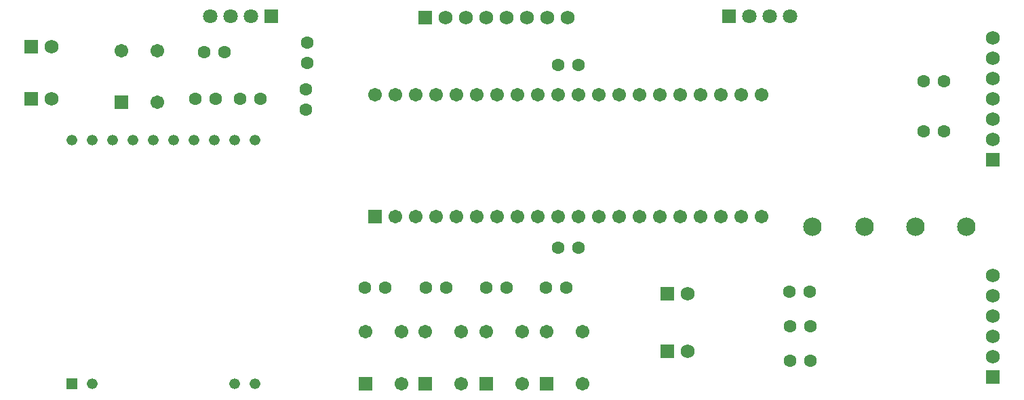
<source format=gbs>
G04*
G04 #@! TF.GenerationSoftware,Altium Limited,Altium Designer,21.8.1 (53)*
G04*
G04 Layer_Color=16711935*
%FSLAX25Y25*%
%MOIN*%
G70*
G04*
G04 #@! TF.SameCoordinates,ADBD87D6-F356-4956-B268-16D96FCF202B*
G04*
G04*
G04 #@! TF.FilePolarity,Negative*
G04*
G01*
G75*
%ADD15C,0.06312*%
%ADD16C,0.05249*%
%ADD17R,0.05249X0.05249*%
%ADD18C,0.06706*%
%ADD19R,0.06706X0.06706*%
%ADD20R,0.06902X0.06902*%
%ADD21C,0.06902*%
%ADD22C,0.09068*%
%ADD23C,0.07099*%
%ADD24R,0.07099X0.07099*%
%ADD25R,0.06902X0.06902*%
D15*
X224500Y249500D02*
D03*
X234500D02*
D03*
X202500D02*
D03*
X212500D02*
D03*
X207000Y272500D02*
D03*
X217000D02*
D03*
X381000Y266000D02*
D03*
X391000D02*
D03*
X560500Y258000D02*
D03*
X570500D02*
D03*
X560500Y233500D02*
D03*
X570500D02*
D03*
X257000Y254000D02*
D03*
Y244000D02*
D03*
X257500Y277000D02*
D03*
Y267000D02*
D03*
X505000Y137500D02*
D03*
X495000D02*
D03*
X504500Y154500D02*
D03*
X494500D02*
D03*
X505000Y120500D02*
D03*
X495000D02*
D03*
X385000Y156500D02*
D03*
X375000D02*
D03*
X355500D02*
D03*
X345500D02*
D03*
X326000D02*
D03*
X316000D02*
D03*
X296000D02*
D03*
X286000D02*
D03*
X381000Y176000D02*
D03*
X391000D02*
D03*
D16*
X142000Y229000D02*
D03*
X152000D02*
D03*
X162000D02*
D03*
X172000D02*
D03*
X182000D02*
D03*
X192000D02*
D03*
X202000D02*
D03*
X212000D02*
D03*
X222000D02*
D03*
X232000D02*
D03*
Y109000D02*
D03*
X222000D02*
D03*
X152000D02*
D03*
D17*
X142000D02*
D03*
D18*
X166142Y273295D02*
D03*
X183858D02*
D03*
Y247705D02*
D03*
X301000Y191500D02*
D03*
X311000D02*
D03*
X321000D02*
D03*
X331000D02*
D03*
X341000D02*
D03*
X351000D02*
D03*
X361000D02*
D03*
X371000D02*
D03*
X381000D02*
D03*
X391000D02*
D03*
X401000D02*
D03*
X411000D02*
D03*
X421000D02*
D03*
X431000D02*
D03*
X441000D02*
D03*
X451000D02*
D03*
X461000D02*
D03*
X471000D02*
D03*
X481000D02*
D03*
X291000Y251500D02*
D03*
X301000D02*
D03*
X311000D02*
D03*
X321000D02*
D03*
X331000D02*
D03*
X341000D02*
D03*
X351000D02*
D03*
X361000D02*
D03*
X371000D02*
D03*
X381000D02*
D03*
X391000D02*
D03*
X401000D02*
D03*
X411000D02*
D03*
X421000D02*
D03*
X431000D02*
D03*
X441000D02*
D03*
X451000D02*
D03*
X461000D02*
D03*
X471000D02*
D03*
X481000D02*
D03*
X392858Y109205D02*
D03*
Y134795D02*
D03*
X375142D02*
D03*
X363358Y109205D02*
D03*
Y134795D02*
D03*
X345642D02*
D03*
X333358Y109205D02*
D03*
Y134795D02*
D03*
X315642D02*
D03*
X303858Y109205D02*
D03*
Y134795D02*
D03*
X286142D02*
D03*
D19*
X166142Y247705D02*
D03*
X291000Y191500D02*
D03*
X375142Y109205D02*
D03*
X345642D02*
D03*
X315642D02*
D03*
X286142D02*
D03*
D20*
X594500Y112500D02*
D03*
Y219500D02*
D03*
D21*
Y122500D02*
D03*
Y132500D02*
D03*
Y142500D02*
D03*
Y152500D02*
D03*
Y162500D02*
D03*
Y279500D02*
D03*
Y269500D02*
D03*
Y259500D02*
D03*
Y249500D02*
D03*
Y239500D02*
D03*
Y229500D02*
D03*
X132000Y275000D02*
D03*
Y249500D02*
D03*
X444500Y125000D02*
D03*
Y153500D02*
D03*
X385500Y289500D02*
D03*
X375500D02*
D03*
X365500D02*
D03*
X325500D02*
D03*
X335500D02*
D03*
X345500D02*
D03*
X355500D02*
D03*
D22*
X581500Y186500D02*
D03*
X531500D02*
D03*
X556500D02*
D03*
X506000D02*
D03*
D23*
X475000Y290000D02*
D03*
X485000D02*
D03*
X495000D02*
D03*
X210000D02*
D03*
X220000D02*
D03*
X230000D02*
D03*
D24*
X465000D02*
D03*
X240000D02*
D03*
D25*
X122000Y275000D02*
D03*
Y249500D02*
D03*
X434500Y125000D02*
D03*
Y153500D02*
D03*
X315500Y289500D02*
D03*
M02*

</source>
